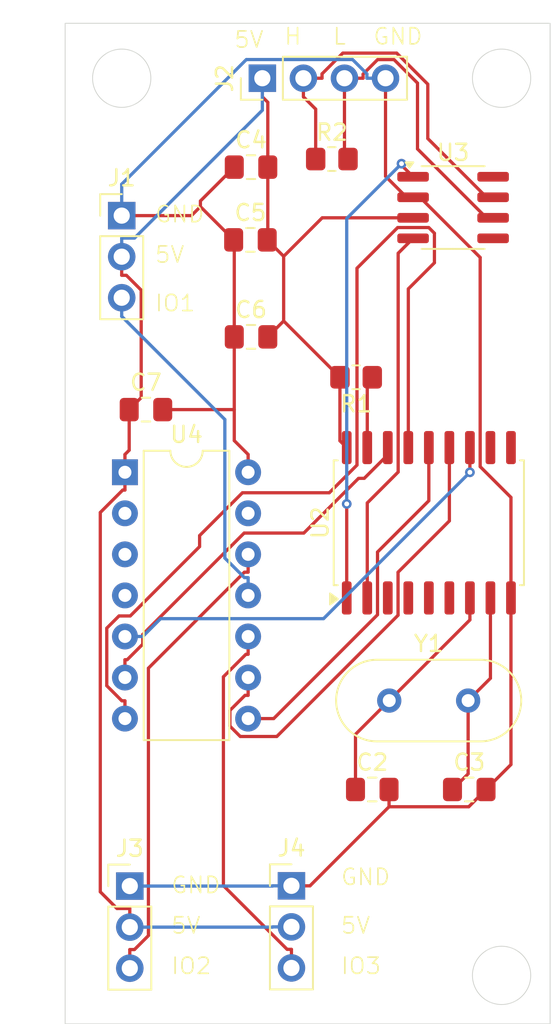
<source format=kicad_pcb>
(kicad_pcb (version 20240108) (generator "pcbnew") (generator_version "8.0")
  (layers (0 "F.Cu" signal) (31 "B.Cu" signal) (34 "B.Paste" user) (35 "F.Paste" user) (36 "B.SilkS" user "B.Silkscreen") (37 "F.SilkS" user "F.Silkscreen") (38 "B.Mask" user) (39 "F.Mask" user) (44 "Edge.Cuts" user))
  (net 0 "")
  (net 1 "Net-(U2-OSC2)")
  (net 2 "GND")
  (net 3 "Net-(U2-OSC1)")
  (net 4 "+5V")
  (net 5 "I{slash}O 1")
  (net 6 "Net-(J2-Pin_3)")
  (net 7 "Net-(J2-Pin_2)")
  (net 8 "I{slash}O 2")
  (net 9 "I{slash}O 3")
  (net 10 "Net-(U2-~{RESET})")
  (net 14 "Net-(U2-TXCAN)")
  (net 15 "CAN_MOSI")
  (net 16 "CAN_CS")
  (net 18 "CAN_MISO")
  (net 21 "CAN_SCK")
  (net 22 "Net-(U2-RXCAN)")
  (net 23 "CAN INT")
  (footprint "Crystal:Crystal_HC49-4H_Vertical" (layer "F.Cu") (at 178.05 89)
    (property "Reference" "Y1" (at 2.44 -3.525 0) (layer "F.SilkS"))
    (property "Value" "8MHz")
    (fp_line (start -0.76 -2.525) (end 5.64 -2.525) (stroke (width 0.12)) (layer "F.SilkS"))
    (fp_line (start -0.76 2.525) (end 5.64 2.525) (stroke (width 0.12)) (layer "F.SilkS"))
    (fp_arc (start -0.76 2.525) (mid -3.285 0) (end -0.76 -2.525) (stroke (width 0.12)) (layer "F.SilkS"))
    (fp_arc (start 5.64 -2.525) (mid 8.165 0) (end 5.64 2.525) (stroke (width 0.12)) (layer "F.SilkS"))
    (pad "1" thru_hole circle (at 0 0) (size 1.5 1.5) (drill 0.8) (layers "*.Cu" "*.Mask") (net 1 "Net-(U2-OSC2)"))
    (pad "2" thru_hole circle (at 4.88 0) (size 1.5 1.5) (drill 0.8) (layers "*.Cu" "*.Mask") (net 3 "Net-(U2-OSC1)"))
  )
  (footprint "Package_SO:SOIC-18W_7.5x11.6mm_P1.27mm" (layer "F.Cu") (at 180.5 78 90)
    (property "Reference" "U2" (at 0 -6.72 -90) (layer "F.SilkS"))
    (property "Value" "MCP2515-xSO")
    (fp_line (start 3.86 -5.885) (end 3.86 -5.64) (stroke (width 0.12)) (layer "F.SilkS"))
    (fp_line (start 0 -5.885) (end 3.86 -5.885) (stroke (width 0.12)) (layer "F.SilkS"))
    (fp_line (start 0 -5.885) (end -3.86 -5.885) (stroke (width 0.12)) (layer "F.SilkS"))
    (fp_line (start -3.86 -5.885) (end -3.86 -5.64) (stroke (width 0.12)) (layer "F.SilkS"))
    (fp_line (start 3.86 5.885) (end 3.86 5.64) (stroke (width 0.12)) (layer "F.SilkS"))
    (fp_line (start 0 5.885) (end 3.86 5.885) (stroke (width 0.12)) (layer "F.SilkS"))
    (fp_line (start 0 5.885) (end -3.86 5.885) (stroke (width 0.12)) (layer "F.SilkS"))
    (fp_line (start -3.86 5.885) (end -3.86 5.64) (stroke (width 0.12)) (layer "F.SilkS"))
    (fp_poly (pts (xy -4.7125 -5.64) (xy -5.0525 -6.11) (xy -4.3725 -6.11) (xy -4.7125 -5.64)) (stroke (width 0.12)) (fill solid) (layer "F.SilkS"))
    (pad "1" smd roundrect (at -4.65 -5.08 90) (size 2.05 0.6) (layers "F.Cu" "F.Paste" "F.Mask") (net 14 "Net-(U2-TXCAN)"))
    (pad "2" smd roundrect (at -4.65 -3.81 90) (size 2.05 0.6) (layers "F.Cu" "F.Paste" "F.Mask") (net 22 "Net-(U2-RXCAN)"))
    (pad "3" smd roundrect (at -4.65 -2.54 90) (size 2.05 0.6) (layers "F.Cu" "F.Paste" "F.Mask"))
    (pad "4" smd roundrect (at -4.65 -1.27 90) (size 2.05 0.6) (layers "F.Cu" "F.Paste" "F.Mask"))
    (pad "5" smd roundrect (at -4.65 0 90) (size 2.05 0.6) (layers "F.Cu" "F.Paste" "F.Mask"))
    (pad "6" smd roundrect (at -4.65 1.27 90) (size 2.05 0.6) (layers "F.Cu" "F.Paste" "F.Mask"))
    (pad "7" smd roundrect (at -4.65 2.54 90) (size 2.05 0.6) (layers "F.Cu" "F.Paste" "F.Mask") (net 1 "Net-(U2-OSC2)"))
    (pad "8" smd roundrect (at -4.65 3.81 90) (size 2.05 0.6) (layers "F.Cu" "F.Paste" "F.Mask") (net 3 "Net-(U2-OSC1)"))
    (pad "9" smd roundrect (at -4.65 5.08 90) (size 2.05 0.6) (layers "F.Cu" "F.Paste" "F.Mask") (net 2 "GND"))
    (pad "10" smd roundrect (at 4.65 5.08 90) (size 2.05 0.6) (layers "F.Cu" "F.Paste" "F.Mask"))
    (pad "11" smd roundrect (at 4.65 3.81 90) (size 2.05 0.6) (layers "F.Cu" "F.Paste" "F.Mask"))
    (pad "12" smd roundrect (at 4.65 2.54 90) (size 2.05 0.6) (layers "F.Cu" "F.Paste" "F.Mask") (net 23 "CAN INT"))
    (pad "13" smd roundrect (at 4.65 1.27 90) (size 2.05 0.6) (layers "F.Cu" "F.Paste" "F.Mask") (net 21 "CAN_SCK"))
    (pad "14" smd roundrect (at 4.65 0 90) (size 2.05 0.6) (layers "F.Cu" "F.Paste" "F.Mask") (net 15 "CAN_MOSI"))
    (pad "15" smd roundrect (at 4.65 -1.27 90) (size 2.05 0.6) (layers "F.Cu" "F.Paste" "F.Mask") (net 18 "CAN_MISO"))
    (pad "16" smd roundrect (at 4.65 -2.54 90) (size 2.05 0.6) (layers "F.Cu" "F.Paste" "F.Mask") (net 16 "CAN_CS"))
    (pad "17" smd roundrect (at 4.65 -3.81 90) (size 2.05 0.6) (layers "F.Cu" "F.Paste" "F.Mask") (net 10 "Net-(U2-~{RESET})"))
    (pad "18" smd roundrect (at 4.65 -5.08 90) (size 2.05 0.6) (layers "F.Cu" "F.Paste" "F.Mask") (net 4 "+5V"))
  )
  (footprint "Capacitor_SMD:C_0805_2012Metric_Pad1.18x1.45mm_HandSolder" (layer "F.Cu") (at 169.5 66.5)
    (property "Reference" "C6" (at 0 -1.68 0) (layer "F.SilkS"))
    (property "Value" "10uF")
    (fp_line (start -0.261252 -0.735) (end 0.261252 -0.735) (stroke (width 0.12)) (layer "F.SilkS"))
    (fp_line (start -0.261252 0.735) (end 0.261252 0.735) (stroke (width 0.12)) (layer "F.SilkS"))
    (pad "1" smd roundrect (at -1.0375 0) (size 1.175 1.45) (layers "F.Cu" "F.Paste" "F.Mask") (roundrect_rratio 0.212766) (net 2 "GND"))
    (pad "2" smd roundrect (at 1.0375 0) (size 1.175 1.45) (layers "F.Cu" "F.Paste" "F.Mask") (roundrect_rratio 0.212766) (net 4 "+5V"))
  )
  (footprint "Resistor_SMD:R_0805_2012Metric_Pad1.20x1.40mm_HandSolder" (layer "F.Cu") (at 174.5 55.5)
    (property "Reference" "R2" (at 0 -1.65 0) (layer "F.SilkS"))
    (property "Value" "120R")
    (fp_line (start -0.227064 -0.735) (end 0.227064 -0.735) (stroke (width 0.12)) (layer "F.SilkS"))
    (fp_line (start -0.227064 0.735) (end 0.227064 0.735) (stroke (width 0.12)) (layer "F.SilkS"))
    (pad "1" smd roundrect (at -1 0) (size 1.2 1.4) (layers "F.Cu" "F.Paste" "F.Mask") (roundrect_rratio 0.208333) (net 7 "Net-(J2-Pin_2)"))
    (pad "2" smd roundrect (at 1 0) (size 1.2 1.4) (layers "F.Cu" "F.Paste" "F.Mask") (roundrect_rratio 0.208333) (net 6 "Net-(J2-Pin_3)"))
  )
  (footprint "Package_DIP:DIP-14_W7.62mm" (layer "F.Cu") (at 161.7 74.875)
    (property "Reference" "U4" (at 3.81 -2.33 0) (layer "F.SilkS"))
    (property "Value" "ATtiny84A-P")
    (fp_line (start 1.16 -1.33) (end 1.16 16.57) (stroke (width 0.12)) (layer "F.SilkS"))
    (fp_line (start 1.16 16.57) (end 6.46 16.57) (stroke (width 0.12)) (layer "F.SilkS"))
    (fp_line (start 2.81 -1.33) (end 1.16 -1.33) (stroke (width 0.12)) (layer "F.SilkS"))
    (fp_line (start 6.46 -1.33) (end 4.81 -1.33) (stroke (width 0.12)) (layer "F.SilkS"))
    (fp_line (start 6.46 16.57) (end 6.46 -1.33) (stroke (width 0.12)) (layer "F.SilkS"))
    (fp_arc (start 4.81 -1.33) (mid 3.81 -0.33) (end 2.81 -1.33) (stroke (width 0.12)) (layer "F.SilkS"))
    (pad "1" thru_hole rect (at 0 0) (size 1.6 1.6) (drill 0.8) (layers "*.Cu" "*.Mask") (net 4 "+5V"))
    (pad "2" thru_hole oval (at 0 2.54) (size 1.6 1.6) (drill 0.8) (layers "*.Cu" "*.Mask"))
    (pad "3" thru_hole oval (at 0 5.08) (size 1.6 1.6) (drill 0.8) (layers "*.Cu" "*.Mask"))
    (pad "4" thru_hole oval (at 0 7.62) (size 1.6 1.6) (drill 0.8) (layers "*.Cu" "*.Mask"))
    (pad "5" thru_hole oval (at 0 10.16) (size 1.6 1.6) (drill 0.8) (layers "*.Cu" "*.Mask") (net 23 "CAN INT"))
    (pad "6" thru_hole oval (at 0 12.7) (size 1.6 1.6) (drill 0.8) (layers "*.Cu" "*.Mask") (net 16 "CAN_CS"))
    (pad "7" thru_hole oval (at 0 15.24) (size 1.6 1.6) (drill 0.8) (layers "*.Cu" "*.Mask") (net 18 "CAN_MISO"))
    (pad "8" thru_hole oval (at 7.62 15.24) (size 1.6 1.6) (drill 0.8) (layers "*.Cu" "*.Mask") (net 15 "CAN_MOSI"))
    (pad "9" thru_hole oval (at 7.62 12.7) (size 1.6 1.6) (drill 0.8) (layers "*.Cu" "*.Mask") (net 21 "CAN_SCK"))
    (pad "10" thru_hole oval (at 7.62 10.16) (size 1.6 1.6) (drill 0.8) (layers "*.Cu" "*.Mask") (net 9 "I{slash}O 3"))
    (pad "11" thru_hole oval (at 7.62 7.62) (size 1.6 1.6) (drill 0.8) (layers "*.Cu" "*.Mask") (net 5 "I{slash}O 1"))
    (pad "12" thru_hole oval (at 7.62 5.08) (size 1.6 1.6) (drill 0.8) (layers "*.Cu" "*.Mask") (net 8 "I{slash}O 2"))
    (pad "13" thru_hole oval (at 7.62 2.54) (size 1.6 1.6) (drill 0.8) (layers "*.Cu" "*.Mask"))
    (pad "14" thru_hole oval (at 7.62 0) (size 1.6 1.6) (drill 0.8) (layers "*.Cu" "*.Mask") (net 2 "GND"))
  )
  (footprint "Capacitor_SMD:C_0805_2012Metric_Pad1.18x1.45mm_HandSolder" (layer "F.Cu") (at 169.4625 60.5)
    (property "Reference" "C5" (at 0 -1.68 0) (layer "F.SilkS"))
    (property "Value" "0.1uF")
    (fp_line (start -0.261252 -0.735) (end 0.261252 -0.735) (stroke (width 0.12)) (layer "F.SilkS"))
    (fp_line (start -0.261252 0.735) (end 0.261252 0.735) (stroke (width 0.12)) (layer "F.SilkS"))
    (pad "1" smd roundrect (at -1.0375 0) (size 1.175 1.45) (layers "F.Cu" "F.Paste" "F.Mask") (roundrect_rratio 0.212766) (net 2 "GND"))
    (pad "2" smd roundrect (at 1.0375 0) (size 1.175 1.45) (layers "F.Cu" "F.Paste" "F.Mask") (roundrect_rratio 0.212766) (net 4 "+5V"))
  )
  (footprint "Connector_PinHeader_2.54mm:PinHeader_1x03_P2.54mm_Vertical" (layer "F.Cu") (at 161.5 59)
    (property "Reference" "J1" (at 0 -2.33 0) (layer "F.SilkS"))
    (property "Value" "Conn_01x03_Socket")
    (fp_line (start -1.33 -1.33) (end 0 -1.33) (stroke (width 0.12)) (layer "F.SilkS"))
    (fp_line (start -1.33 0) (end -1.33 -1.33) (stroke (width 0.12)) (layer "F.SilkS"))
    (fp_line (start -1.33 1.27) (end -1.33 6.41) (stroke (width 0.12)) (layer "F.SilkS"))
    (fp_line (start -1.33 1.27) (end 1.33 1.27) (stroke (width 0.12)) (layer "F.SilkS"))
    (fp_line (start -1.33 6.41) (end 1.33 6.41) (stroke (width 0.12)) (layer "F.SilkS"))
    (fp_line (start 1.33 1.27) (end 1.33 6.41) (stroke (width 0.12)) (layer "F.SilkS"))
    (pad "1" thru_hole rect (at 0 0) (size 1.7 1.7) (drill 1) (layers "*.Cu" "*.Mask") (net 2 "GND"))
    (pad "2" thru_hole oval (at 0 2.54) (size 1.7 1.7) (drill 1) (layers "*.Cu" "*.Mask") (net 4 "+5V"))
    (pad "3" thru_hole oval (at 0 5.08) (size 1.7 1.7) (drill 1) (layers "*.Cu" "*.Mask") (net 5 "I{slash}O 1"))
  )
  (footprint "Capacitor_SMD:C_0805_2012Metric_Pad1.18x1.45mm_HandSolder" (layer "F.Cu") (at 169.5 56)
    (property "Reference" "C4" (at 0 -1.68 0) (layer "F.SilkS"))
    (property "Value" "0.1uF")
    (fp_line (start -0.261252 -0.735) (end 0.261252 -0.735) (stroke (width 0.12)) (layer "F.SilkS"))
    (fp_line (start -0.261252 0.735) (end 0.261252 0.735) (stroke (width 0.12)) (layer "F.SilkS"))
    (pad "1" smd roundrect (at -1.0375 0) (size 1.175 1.45) (layers "F.Cu" "F.Paste" "F.Mask") (roundrect_rratio 0.212766) (net 2 "GND"))
    (pad "2" smd roundrect (at 1.0375 0) (size 1.175 1.45) (layers "F.Cu" "F.Paste" "F.Mask") (roundrect_rratio 0.212766) (net 4 "+5V"))
  )
  (footprint "Connector_PinHeader_2.54mm:PinHeader_1x03_P2.54mm_Vertical" (layer "F.Cu") (at 172 100.46)
    (property "Reference" "J4" (at 0 -2.33 0) (layer "F.SilkS"))
    (property "Value" "Conn_01x03_Socket")
    (fp_line (start -1.33 -1.33) (end 0 -1.33) (stroke (width 0.12)) (layer "F.SilkS"))
    (fp_line (start -1.33 0) (end -1.33 -1.33) (stroke (width 0.12)) (layer "F.SilkS"))
    (fp_line (start -1.33 1.27) (end -1.33 6.41) (stroke (width 0.12)) (layer "F.SilkS"))
    (fp_line (start -1.33 1.27) (end 1.33 1.27) (stroke (width 0.12)) (layer "F.SilkS"))
    (fp_line (start -1.33 6.41) (end 1.33 6.41) (stroke (width 0.12)) (layer "F.SilkS"))
    (fp_line (start 1.33 1.27) (end 1.33 6.41) (stroke (width 0.12)) (layer "F.SilkS"))
    (pad "1" thru_hole rect (at 0 0) (size 1.7 1.7) (drill 1) (layers "*.Cu" "*.Mask") (net 2 "GND"))
    (pad "2" thru_hole oval (at 0 2.54) (size 1.7 1.7) (drill 1) (layers "*.Cu" "*.Mask") (net 4 "+5V"))
    (pad "3" thru_hole oval (at 0 5.08) (size 1.7 1.7) (drill 1) (layers "*.Cu" "*.Mask") (net 9 "I{slash}O 3"))
  )
  (footprint "Capacitor_SMD:C_0805_2012Metric_Pad1.18x1.45mm_HandSolder" (layer "F.Cu") (at 177 94.5)
    (property "Reference" "C2" (at 0 -1.68 0) (layer "F.SilkS"))
    (property "Value" "22pF")
    (fp_line (start -0.261252 -0.735) (end 0.261252 -0.735) (stroke (width 0.12)) (layer "F.SilkS"))
    (fp_line (start -0.261252 0.735) (end 0.261252 0.735) (stroke (width 0.12)) (layer "F.SilkS"))
    (pad "1" smd roundrect (at -1.0375 0) (size 1.175 1.45) (layers "F.Cu" "F.Paste" "F.Mask") (roundrect_rratio 0.212766) (net 1 "Net-(U2-OSC2)"))
    (pad "2" smd roundrect (at 1.0375 0) (size 1.175 1.45) (layers "F.Cu" "F.Paste" "F.Mask") (roundrect_rratio 0.212766) (net 2 "GND"))
  )
  (footprint "Resistor_SMD:R_0805_2012Metric_Pad1.20x1.40mm_HandSolder" (layer "F.Cu") (at 176 69 180)
    (property "Reference" "R1" (at 0 -1.65 180) (layer "F.SilkS"))
    (property "Value" "10K")
    (fp_line (start -0.227064 0.735) (end 0.227064 0.735) (stroke (width 0.12)) (layer "F.SilkS"))
    (fp_line (start -0.227064 -0.735) (end 0.227064 -0.735) (stroke (width 0.12)) (layer "F.SilkS"))
    (pad "1" smd roundrect (at -1 0 180) (size 1.2 1.4) (layers "F.Cu" "F.Paste" "F.Mask") (roundrect_rratio 0.208333) (net 10 "Net-(U2-~{RESET})"))
    (pad "2" smd roundrect (at 1 0 180) (size 1.2 1.4) (layers "F.Cu" "F.Paste" "F.Mask") (roundrect_rratio 0.208333) (net 4 "+5V"))
  )
  (footprint "Capacitor_SMD:C_0805_2012Metric_Pad1.18x1.45mm_HandSolder" (layer "F.Cu") (at 183 94.5)
    (property "Reference" "C3" (at 0 -1.68 0) (layer "F.SilkS"))
    (property "Value" "22pF")
    (fp_line (start -0.261252 -0.735) (end 0.261252 -0.735) (stroke (width 0.12)) (layer "F.SilkS"))
    (fp_line (start -0.261252 0.735) (end 0.261252 0.735) (stroke (width 0.12)) (layer "F.SilkS"))
    (pad "1" smd roundrect (at -1.0375 0) (size 1.175 1.45) (layers "F.Cu" "F.Paste" "F.Mask") (roundrect_rratio 0.212766) (net 3 "Net-(U2-OSC1)"))
    (pad "2" smd roundrect (at 1.0375 0) (size 1.175 1.45) (layers "F.Cu" "F.Paste" "F.Mask") (roundrect_rratio 0.212766) (net 2 "GND"))
  )
  (footprint "Connector_PinHeader_2.54mm:PinHeader_1x04_P2.54mm_Vertical" (layer "F.Cu") (at 170.2 50.5 90)
    (property "Reference" "J2" (at 0 -2.33 -90) (layer "F.SilkS"))
    (property "Value" "Conn_Socket")
    (fp_line (start -1.33 -1.33) (end 0 -1.33) (stroke (width 0.12)) (layer "F.SilkS"))
    (fp_line (start -1.33 0) (end -1.33 -1.33) (stroke (width 0.12)) (layer "F.SilkS"))
    (fp_line (start 1.33 1.27) (end 1.33 8.95) (stroke (width 0.12)) (layer "F.SilkS"))
    (fp_line (start -1.33 1.27) (end 1.33 1.27) (stroke (width 0.12)) (layer "F.SilkS"))
    (fp_line (start -1.33 1.27) (end -1.33 8.95) (stroke (width 0.12)) (layer "F.SilkS"))
    (fp_line (start -1.33 8.95) (end 1.33 8.95) (stroke (width 0.12)) (layer "F.SilkS"))
    (pad "1" thru_hole rect (at 0 0 90) (size 1.7 1.7) (drill 1) (layers "*.Cu" "*.Mask") (net 4 "+5V"))
    (pad "2" thru_hole oval (at 0 2.54 90) (size 1.7 1.7) (drill 1) (layers "*.Cu" "*.Mask") (net 7 "Net-(J2-Pin_2)"))
    (pad "3" thru_hole oval (at 0 5.08 90) (size 1.7 1.7) (drill 1) (layers "*.Cu" "*.Mask") (net 6 "Net-(J2-Pin_3)"))
    (pad "4" thru_hole oval (at 0 7.62 90) (size 1.7 1.7) (drill 1) (layers "*.Cu" "*.Mask") (net 2 "GND"))
  )
  (footprint "Capacitor_SMD:C_0805_2012Metric_Pad1.18x1.45mm_HandSolder" (layer "F.Cu") (at 163 71)
    (property "Reference" "C7" (at 0 -1.68 0) (layer "F.SilkS"))
    (property "Value" "0.1uF")
    (fp_line (start -0.261252 -0.735) (end 0.261252 -0.735) (stroke (width 0.12)) (layer "F.SilkS"))
    (fp_line (start -0.261252 0.735) (end 0.261252 0.735) (stroke (width 0.12)) (layer "F.SilkS"))
    (pad "1" smd roundrect (at -1.0375 0) (size 1.175 1.45) (layers "F.Cu" "F.Paste" "F.Mask") (roundrect_rratio 0.212766) (net 4 "+5V"))
    (pad "2" smd roundrect (at 1.0375 0) (size 1.175 1.45) (layers "F.Cu" "F.Paste" "F.Mask") (roundrect_rratio 0.212766) (net 2 "GND"))
  )
  (footprint "Connector_PinHeader_2.54mm:PinHeader_1x03_P2.54mm_Vertical" (layer "F.Cu") (at 162 100.475)
    (property "Reference" "J3" (at 0 -2.33 0) (layer "F.SilkS"))
    (property "Value" "Conn_01x03_Socket")
    (fp_line (start -1.33 -1.33) (end 0 -1.33) (stroke (width 0.12)) (layer "F.SilkS"))
    (fp_line (start -1.33 0) (end -1.33 -1.33) (stroke (width 0.12)) (layer "F.SilkS"))
    (fp_line (start -1.33 1.27) (end -1.33 6.41) (stroke (width 0.12)) (layer "F.SilkS"))
    (fp_line (start -1.33 1.27) (end 1.33 1.27) (stroke (width 0.12)) (layer "F.SilkS"))
    (fp_line (start -1.33 6.41) (end 1.33 6.41) (stroke (width 0.12)) (layer "F.SilkS"))
    (fp_line (start 1.33 1.27) (end 1.33 6.41) (stroke (width 0.12)) (layer "F.SilkS"))
    (pad "1" thru_hole rect (at 0 0) (size 1.7 1.7) (drill 1) (layers "*.Cu" "*.Mask") (net 2 "GND"))
    (pad "2" thru_hole oval (at 0 2.54) (size 1.7 1.7) (drill 1) (layers "*.Cu" "*.Mask") (net 4 "+5V"))
    (pad "3" thru_hole oval (at 0 5.08) (size 1.7 1.7) (drill 1) (layers "*.Cu" "*.Mask") (net 8 "I{slash}O 2"))
  )
  (footprint "Package_SO:SOIC-8_3.9x4.9mm_P1.27mm" (layer "F.Cu") (at 182 58.5)
    (property "Reference" "U3" (at 0 -3.4 0) (layer "F.SilkS"))
    (property "Value" "TJA1051T")
    (fp_line (start 0 -2.56) (end -1.95 -2.56) (stroke (width 0.12)) (layer "F.SilkS"))
    (fp_line (start 0 -2.56) (end 1.95 -2.56) (stroke (width 0.12)) (layer "F.SilkS"))
    (fp_line (start 0 2.56) (end -1.95 2.56) (stroke (width 0.12)) (layer "F.SilkS"))
    (fp_line (start 0 2.56) (end 1.95 2.56) (stroke (width 0.12)) (layer "F.SilkS"))
    (fp_poly (pts (xy -2.7 -2.465) (xy -2.94 -2.795) (xy -2.46 -2.795) (xy -2.7 -2.465)) (stroke (width 0.12)) (fill solid) (layer "F.SilkS"))
    (pad "1" smd roundrect (at -2.475 -1.905) (size 1.95 0.6) (layers "F.Cu" "F.Paste" "F.Mask") (net 14 "Net-(U2-TXCAN)"))
    (pad "2" smd roundrect (at -2.475 -0.635) (size 1.95 0.6) (layers "F.Cu" "F.Paste" "F.Mask") (net 2 "GND"))
    (pad "3" smd roundrect (at -2.475 0.635) (size 1.95 0.6) (layers "F.Cu" "F.Paste" "F.Mask") (net 4 "+5V"))
    (pad "4" smd roundrect (at -2.475 1.905) (size 1.95 0.6) (layers "F.Cu" "F.Paste" "F.Mask") (net 22 "Net-(U2-RXCAN)"))
    (pad "5" smd roundrect (at 2.475 1.905) (size 1.95 0.6) (layers "F.Cu" "F.Paste" "F.Mask"))
    (pad "6" smd roundrect (at 2.475 0.635) (size 1.95 0.6) (layers "F.Cu" "F.Paste" "F.Mask") (net 6 "Net-(J2-Pin_3)"))
    (pad "7" smd roundrect (at 2.475 -0.635) (size 1.95 0.6) (layers "F.Cu" "F.Paste" "F.Mask") (net 7 "Net-(J2-Pin_2)"))
    (pad "8" smd roundrect (at 2.475 -1.905) (size 1.95 0.6) (layers "F.Cu" "F.Paste" "F.Mask"))
  )
  (gr_circle (center 185 106) (end 186 107.5) (stroke (width 0.05)) (fill none) (layer "Edge.Cuts"))
  (gr_circle (center 161.5 50.5) (end 162.5 52) (stroke (width 0.05)) (fill none) (layer "Edge.Cuts"))
  (gr_rect (start 158 47.1) (end 188 109) (stroke (width 0.05)) (fill none) (layer "Edge.Cuts"))
  (gr_circle (center 185 50.5) (end 186 52) (stroke (width 0.05)) (fill none) (layer "Edge.Cuts"))
  (gr_text "IO3" (at 175 106 0) (layer "F.SilkS") (effects (font (size 1 1) (thickness 0.1)) (justify left bottom)))
  (gr_text "5V" (at 168.4 48.7 0) (layer "F.SilkS") (effects (font (size 1 1) (thickness 0.1)) (justify left bottom)))
  (gr_text "5V" (at 164.5 103.5 0) (layer "F.SilkS") (effects (font (size 1 1) (thickness 0.1)) (justify left bottom)))
  (gr_text "GND" (at 164.5 101 0) (layer "F.SilkS") (effects (font (size 1 1) (thickness 0.1)) (justify left bottom)))
  (gr_text "5V" (at 175 103.5 0) (layer "F.SilkS") (effects (font (size 1 1) (thickness 0.1)) (justify left bottom)))
  (gr_text "L" (at 174.5 48.5 0) (layer "F.SilkS") (effects (font (size 1 1) (thickness 0.1)) (justify left bottom)))
  (gr_text "GND" (at 163.5 59.5 0) (layer "F.SilkS") (effects (font (size 1 1) (thickness 0.1)) (justify left bottom)))
  (gr_text "5V\n" (at 163.5 62 0) (layer "F.SilkS") (effects (font (size 1 1) (thickness 0.1)) (justify left bottom)))
  (gr_text "GND" (at 177 48.5 0) (layer "F.SilkS") (effects (font (size 1 1) (thickness 0.1)) (justify left bottom)))
  (gr_text "IO2" (at 164.5 106 0) (layer "F.SilkS") (effects (font (size 1 1) (thickness 0.1)) (justify left bottom)))
  (gr_text "H" (at 171.5 48.5 0) (layer "F.SilkS") (effects (font (size 1 1) (thickness 0.1)) (justify left bottom)))
  (gr_text "IO1" (at 163.5 65 0) (layer "F.SilkS") (effects (font (size 1 1) (thickness 0.1)) (justify left bottom)))
  (gr_text "GND" (at 175 100.5 0) (layer "F.SilkS") (effects (font (size 1 1) (thickness 0.1)) (justify left bottom)))
  (segment (start 175.9625 94.5) (end 175.9625 91.0875) (width 0.2) (layer "F.Cu") (net 1))
  (segment (start 183.04 84.01) (end 183.04 82.65) (width 0.2) (layer "F.Cu") (net 1))
  (segment (start 178.05 89) (end 183.04 84.01) (width 0.2) (layer "F.Cu") (net 1))
  (segment (start 175.9625 91.0875) (end 178.05 89) (width 0.2) (layer "F.Cu") (net 1))
  (segment (start 166.3678 58.4428) (end 166.3678 58.0947) (width 0.2) (layer "F.Cu") (net 2))
  (segment (start 182.9687 95.5688) (end 184.0375 94.5) (width 0.2) (layer "F.Cu") (net 2))
  (segment (start 168.4625 71) (end 164.0375 71) (width 0.2) (layer "F.Cu") (net 2))
  (segment (start 168.4625 72.9158) (end 169.32 73.7733) (width 0.2) (layer "F.Cu") (net 2))
  (segment (start 166.3678 58.4428) (end 168.425 60.5) (width 0.2) (layer "F.Cu") (net 2))
  (segment (start 185.58 92.9575) (end 185.58 82.65) (width 0.2) (layer "F.Cu") (net 2))
  (segment (start 178.0375 95.5688) (end 178.0375 94.5) (width 0.2) (layer "F.Cu") (net 2))
  (segment (start 177.82 56.5654) (end 177.82 50.5) (width 0.2) (layer "F.Cu") (net 2))
  (segment (start 166.3678 58.0947) (end 168.4625 56) (width 0.2) (layer "F.Cu") (net 2))
  (segment (start 184.0375 94.5) (end 185.58 92.9575) (width 0.2) (layer "F.Cu") (net 2))
  (segment (start 172 100.46) (end 173.1517 100.46) (width 0.2) (layer "F.Cu") (net 2))
  (segment (start 169.32 74.875) (end 169.32 73.7733) (width 0.2) (layer "F.Cu") (net 2))
  (segment (start 179.9536 57.865) (end 179.525 57.865) (width 0.2) (layer "F.Cu") (net 2))
  (segment (start 168.4625 66.5) (end 168.4625 71) (width 0.2) (layer "F.Cu") (net 2))
  (segment (start 183.675 74.5262) (end 183.675 61.5864) (width 0.2) (layer "F.Cu") (net 2))
  (segment (start 185.58 82.65) (end 185.58 76.4312) (width 0.2) (layer "F.Cu") (net 2))
  (segment (start 173.1517 100.4546) (end 178.0375 95.5688) (width 0.2) (layer "F.Cu") (net 2))
  (segment (start 173.1517 100.46) (end 173.1517 100.4546) (width 0.2) (layer "F.Cu") (net 2))
  (segment (start 179.1196 57.865) (end 177.82 56.5654) (width 0.2) (layer "F.Cu") (net 2))
  (segment (start 179.525 57.865) (end 179.1196 57.865) (width 0.2) (layer "F.Cu") (net 2))
  (segment (start 161.5 59) (end 165.8106 59) (width 0.2) (layer "F.Cu") (net 2))
  (segment (start 185.58 76.4312) (end 183.675 74.5262) (width 0.2) (layer "F.Cu") (net 2))
  (segment (start 168.4625 71) (end 168.4625 72.9158) (width 0.2) (layer "F.Cu") (net 2))
  (segment (start 168.4625 60.5375) (end 168.4625 66.5) (width 0.2) (layer "F.Cu") (net 2))
  (segment (start 178.0375 95.5688) (end 182.9687 95.5688) (width 0.2) (layer "F.Cu") (net 2))
  (segment (start 168.425 60.5) (end 168.4625 60.5375) (width 0.2) (layer "F.Cu") (net 2))
  (segment (start 165.8106 59) (end 166.3678 58.4428) (width 0.2) (layer "F.Cu") (net 2))
  (segment (start 183.675 61.5864) (end 179.9536 57.865) (width 0.2) (layer "F.Cu") (net 2))
  (segment (start 172 100.46) (end 170.8483 100.46) (width 0.2) (layer "B.Cu") (net 2))
  (segment (start 162 100.475) (end 170.8333 100.475) (width 0.2) (layer "B.Cu") (net 2))
  (segment (start 169.2101 49.3447) (end 175.7815 49.3447) (width 0.2) (layer "B.Cu") (net 2))
  (segment (start 170.8333 100.475) (end 170.8483 100.46) (width 0.2) (layer "B.Cu") (net 2))
  (segment (start 177.82 50.5) (end 176.6683 50.5) (width 0.2) (layer "B.Cu") (net 2))
  (segment (start 176.6683 50.2315) (end 176.6683 50.5) (width 0.2) (layer "B.Cu") (net 2))
  (segment (start 175.7815 49.3447) (end 176.6683 50.2315) (width 0.2) (layer "B.Cu") (net 2))
  (segment (start 161.5 57.0548) (end 169.2101 49.3447) (width 0.2) (layer "B.Cu") (net 2))
  (segment (start 161.5 59) (end 161.5 57.0548) (width 0.2) (layer "B.Cu") (net 2))
  (segment (start 184.31 82.65) (end 184.31 87.62) (width 0.2) (layer "F.Cu") (net 3))
  (segment (start 184.31 87.62) (end 182.93 89) (width 0.2) (layer "F.Cu") (net 3))
  (segment (start 181.9625 94.5) (end 182.93 93.5325) (width 0.2) (layer "F.Cu") (net 3))
  (segment (start 182.93 93.5325) (end 182.93 89) (width 0.2) (layer "F.Cu") (net 3))
  (segment (start 161.5 62.6917) (end 161.7879 62.6917) (width 0.2) (layer "F.Cu") (net 4))
  (segment (start 160.1738 77.3651) (end 160.1738 100.8301) (width 0.2) (layer "F.Cu") (net 4))
  (segment (start 170.2 50.5) (end 170.2 51.6517) (width 0.2) (layer "F.Cu") (net 4))
  (segment (start 171.5187 65.5187) (end 171.5188 65.5187) (width 0.2) (layer "F.Cu") (net 4))
  (segment (start 161.5 61.54) (end 161.5 62.6917) (width 0.2) (layer "F.Cu") (net 4))
  (segment (start 160.1738 100.8301) (end 161.207 101.8633) (width 0.2) (layer "F.Cu") (net 4))
  (segment (start 162.7039 70.2586) (end 161.9625 71) (width 0.2) (layer "F.Cu") (net 4))
  (segment (start 161.207 101.8633) (end 162 101.8633) (width 0.2) (layer "F.Cu") (net 4))
  (segment (start 171.5187 61.5187) (end 171.5187 65.5187) (width 0.2) (layer "F.Cu") (net 4))
  (segment (start 170.5375 60.4625) (end 170.5 60.5) (width 0.2) (layer "F.Cu") (net 4))
  (segment (start 170.2 51.6517) (end 170.5375 51.9892) (width 0.2) (layer "F.Cu") (net 4))
  (segment (start 161.7879 62.6917) (end 162.7039 63.6077) (width 0.2) (layer "F.Cu") (net 4))
  (segment (start 161.9625 73.5108) (end 161.7 73.7733) (width 0.2) (layer "F.Cu") (net 4))
  (segment (start 170.5 60.5) (end 171.5187 61.5187) (width 0.2) (layer "F.Cu") (net 4))
  (segment (start 175 69) (end 171.5188 65.5187) (width 0.2) (layer "F.Cu") (net 4))
  (segment (start 173.9024 59.135) (end 171.5187 61.5187) (width 0.2) (layer "F.Cu") (net 4))
  (segment (start 161.7 75.9767) (end 161.5622 75.9767) (width 0.2) (layer "F.Cu") (net 4))
  (segment (start 162 103.015) (end 162 101.8633) (width 0.2) (layer "F.Cu") (net 4))
  (segment (start 161.9625 71) (end 161.9625 73.5108) (width 0.2) (layer "F.Cu") (net 4))
  (segment (start 179.525 59.135) (end 173.9024 59.135) (width 0.2) (layer "F.Cu") (net 4))
  (segment (start 175 69) (end 175 72.93) (width 0.2) (layer "F.Cu") (net 4))
  (segment (start 161.7 74.875) (end 161.7 73.7733) (width 0.2) (layer "F.Cu") (net 4))
  (segment (start 171.5188 65.5187) (end 170.5375 66.5) (width 0.2) (layer "F.Cu") (net 4))
  (segment (start 162.7039 63.6077) (end 162.7039 70.2586) (width 0.2) (layer "F.Cu") (net 4))
  (segment (start 175 72.93) (end 175.42 73.35) (width 0.2) (layer "F.Cu") (net 4))
  (segment (start 170.5375 56) (end 170.5375 60.4625) (width 0.2) (layer "F.Cu") (net 4))
  (segment (start 170.5375 51.9892) (end 170.5375 56) (width 0.2) (layer "F.Cu") (net 4))
  (segment (start 161.7 74.875) (end 161.7 75.9767) (width 0.2) (layer "F.Cu") (net 4))
  (segment (start 161.5622 75.9767) (end 160.1738 77.3651) (width 0.2) (layer "F.Cu") (net 4))
  (segment (start 170.2 52.4801) (end 170.2 50.5) (width 0.2) (layer "B.Cu") (net 4))
  (segment (start 161.5 61.54) (end 161.5 60.3883) (width 0.2) (layer "B.Cu") (net 4))
  (segment (start 172 103) (end 170.8483 103) (width 0.2) (layer "B.Cu") (net 4))
  (segment (start 162.2918 60.3883) (end 170.2 52.4801) (width 0.2) (layer "B.Cu") (net 4))
  (segment (start 161.5 60.3883) (end 162.2918 60.3883) (width 0.2) (layer "B.Cu") (net 4))
  (segment (start 170.8333 103.015) (end 170.8483 103) (width 0.2) (layer "B.Cu") (net 4))
  (segment (start 162 103.015) (end 170.8333 103.015) (width 0.2) (layer "B.Cu") (net 4))
  (segment (start 161.5 65.2317) (end 167.8802 71.6119) (width 0.2) (layer "B.Cu") (net 5))
  (segment (start 169.32 82.495) (end 169.32 81.3933) (width 0.2) (layer "B.Cu") (net 5))
  (segment (start 161.5 64.08) (end 161.5 65.2317) (width 0.2) (layer "B.Cu") (net 5))
  (segment (start 167.8802 71.6119) (end 167.8802 80.1818) (width 0.2) (layer "B.Cu") (net 5))
  (segment (start 167.8802 80.1818) (end 169.0917 81.3933) (width 0.2) (layer "B.Cu") (net 5))
  (segment (start 169.0917 81.3933) (end 169.32 81.3933) (width 0.2) (layer "B.Cu") (net 5))
  (segment (start 175.28 50.5) (end 175.28 55.28) (width 0.2) (layer "F.Cu") (net 6))
  (segment (start 175.28 50.5) (end 176.4317 50.5) (width 0.2) (layer "F.Cu") (net 6))
  (segment (start 184.475 59.135) (end 184.0593 59.135) (width 0.2) (layer "F.Cu") (net 6))
  (segment (start 184.0593 59.135) (end 179.7983 54.874) (width 0.2) (layer "F.Cu") (net 6))
  (segment (start 176.4317 50.2462) (end 176.4317 50.5) (width 0.2) (layer "F.Cu") (net 6))
  (segment (start 178.3462 49.3483) (end 177.3296 49.3483) (width 0.2) (layer "F.Cu") (net 6))
  (segment (start 179.7983 50.8004) (end 178.3462 49.3483) (width 0.2) (layer "F.Cu") (net 6))
  (segment (start 179.7983 54.874) (end 179.7983 50.8004) (width 0.2) (layer "F.Cu") (net 6))
  (segment (start 177.3296 49.3483) (end 176.4317 50.2462) (width 0.2) (layer "F.Cu") (net 6))
  (segment (start 175.28 55.28) (end 175.5 55.5) (width 0.2) (layer "F.Cu") (net 6))
  (segment (start 172.74 50.5) (end 173.8917 50.5) (width 0.2) (layer "F.Cu") (net 7))
  (segment (start 184.475 57.865) (end 184.0687 57.865) (width 0.2) (layer "F.Cu") (net 7))
  (segment (start 175.1766 48.9466) (end 173.8917 50.2315) (width 0.2) (layer "F.Cu") (net 7))
  (segment (start 180.4352 50.8692) (end 178.5126 48.9466) (width 0.2) (layer "F.Cu") (net 7))
  (segment (start 173.8917 50.2315) (end 173.8917 50.5) (width 0.2) (layer "F.Cu") (net 7))
  (segment (start 173.5 52.4117) (end 173.5 55.5) (width 0.2) (layer "F.Cu") (net 7))
  (segment (start 180.4352 54.2315) (end 180.4352 50.8692) (width 0.2) (layer "F.Cu") (net 7))
  (segment (start 172.74 50.5) (end 172.74 51.6517) (width 0.2) (layer "F.Cu") (net 7))
  (segment (start 184.0687 57.865) (end 180.4352 54.2315) (width 0.2) (layer "F.Cu") (net 7))
  (segment (start 178.5126 48.9466) (end 175.1766 48.9466) (width 0.2) (layer "F.Cu") (net 7))
  (segment (start 172.74 51.6517) (end 173.5 52.4117) (width 0.2) (layer "F.Cu") (net 7))
  (segment (start 163.1517 86.9967) (end 169.0917 81.0567) (width 0.2) (layer "F.Cu") (net 8))
  (segment (start 169.32 79.955) (end 169.32 81.0567) (width 0.2) (layer "F.Cu") (net 8))
  (segment (start 162 105.555) (end 162 104.4033) (width 0.2) (layer "F.Cu") (net 8))
  (segment (start 169.0917 81.0567) (end 169.32 81.0567) (width 0.2) (layer "F.Cu") (net 8))
  (segment (start 162 104.4033) (end 162.288 104.4033) (width 0.2) (layer "F.Cu") (net 8))
  (segment (start 162.288 104.4033) (end 163.1517 103.5396) (width 0.2) (layer "F.Cu") (net 8))
  (segment (start 163.1517 103.5396) (end 163.1517 86.9967) (width 0.2) (layer "F.Cu") (net 8))
  (segment (start 167.7907 87.5283) (end 167.7907 100.4475) (width 0.2) (layer "F.Cu") (net 9))
  (segment (start 169.32 86.1367) (end 169.1823 86.1367) (width 0.2) (layer "F.Cu") (net 9))
  (segment (start 171.7315 104.3883) (end 172 104.3883) (width 0.2) (layer "F.Cu") (net 9))
  (segment (start 167.7907 100.4475) (end 171.7315 104.3883) (width 0.2) (layer "F.Cu") (net 9))
  (segment (start 169.32 85.035) (end 169.32 86.1367) (width 0.2) (layer "F.Cu") (net 9))
  (segment (start 172 105.54) (end 172 104.3883) (width 0.2) (layer "F.Cu") (net 9))
  (segment (start 169.1823 86.1367) (end 167.7907 87.5283) (width 0.2) (layer "F.Cu") (net 9))
  (segment (start 177 69) (end 176.69 69.31) (width 0.2) (layer "F.Cu") (net 10))
  (segment (start 176.69 69.31) (end 176.69 73.35) (width 0.2) (layer "F.Cu") (net 10))
  (segment (start 178.8092 55.7862) (end 178.8092 55.8792) (width 0.2) (layer "F.Cu") (net 14))
  (segment (start 175.42 82.65) (end 175.42 76.8339) (width 0.2) (layer "F.Cu") (net 14))
  (segment (start 178.8092 55.8792) (end 179.525 56.595) (width 0.2) (layer "F.Cu") (net 14))
  (via (at 178.8092 55.7862) (size 0.6) (drill 0.3) (layers "F.Cu" "B.Cu") (net 14))
  (via (at 175.42 76.8339) (size 0.6) (drill 0.3) (layers "F.Cu" "B.Cu") (net 14))
  (segment (start 175.42 59.1754) (end 175.42 76.8339) (width 0.2) (layer "B.Cu") (net 14))
  (segment (start 178.8092 55.7862) (end 175.42 59.1754) (width 0.2) (layer "B.Cu") (net 14))
  (segment (start 177.325 83.6905) (end 170.9005 90.115) (width 0.2) (layer "F.Cu") (net 15))
  (segment (start 180.5 76.6357) (end 177.325 79.8107) (width 0.2) (layer "F.Cu") (net 15))
  (segment (start 170.9005 90.115) (end 169.32 90.115) (width 0.2) (layer "F.Cu") (net 15))
  (segment (start 180.5 73.35) (end 180.5 76.6357) (width 0.2) (layer "F.Cu") (net 15))
  (segment (start 177.325 79.8107) (end 177.325 83.6905) (width 0.2) (layer "F.Cu") (net 15))
  (segment (start 172.7664 78.6367) (end 169.073 78.6367) (width 0.2) (layer "F.Cu") (net 16))
  (segment (start 177.96 73.35) (end 177.96 73.7964) (width 0.2) (layer "F.Cu") (net 16))
  (segment (start 176.505 75.2514) (end 176.1517 75.2514) (width 0.2) (layer "F.Cu") (net 16))
  (segment (start 177.96 73.7964) (end 176.505 75.2514) (width 0.2) (layer "F.Cu") (net 16))
  (segment (start 176.1517 75.2514) (end 172.7664 78.6367) (width 0.2) (layer "F.Cu") (net 16))
  (segment (start 162.8017 85.5094) (end 161.8378 86.4733) (width 0.2) (layer "F.Cu") (net 16))
  (segment (start 161.7 87.575) (end 161.7 86.4733) (width 0.2) (layer "F.Cu") (net 16))
  (segment (start 161.8378 86.4733) (end 161.7 86.4733) (width 0.2) (layer "F.Cu") (net 16))
  (segment (start 162.8017 84.908) (end 162.8017 85.5094) (width 0.2) (layer "F.Cu") (net 16))
  (segment (start 169.073 78.6367) (end 162.8017 84.908) (width 0.2) (layer "F.Cu") (net 16))
  (segment (start 166.3193 79.4731) (end 166.3193 78.7918) (width 0.2) (layer "F.Cu") (net 18))
  (segment (start 180.4935 59.7373) (end 180.8447 60.0885) (width 0.2) (layer "F.Cu") (net 18))
  (segment (start 180.8447 61.9179) (end 179.23 63.5326) (width 0.2) (layer "F.Cu") (net 18))
  (segment (start 168.9661 76.145) (end 174.3418 76.145) (width 0.2) (layer "F.Cu") (net 18))
  (segment (start 161.7 90.115) (end 161.7 89.0133) (width 0.2) (layer "F.Cu") (net 18))
  (segment (start 179.23 63.5326) (end 179.23 73.35) (width 0.2) (layer "F.Cu") (net 18))
  (segment (start 160.5755 84.5206) (end 161.3311 83.765) (width 0.2) (layer "F.Cu") (net 18))
  (segment (start 161.5069 89.0133) (end 160.5755 88.0819) (width 0.2) (layer "F.Cu") (net 18))
  (segment (start 178.5705 59.7373) (end 180.4935 59.7373) (width 0.2) (layer "F.Cu") (net 18))
  (segment (start 176.055 74.4318) (end 176.055 62.2528) (width 0.2) (layer "F.Cu") (net 18))
  (segment (start 176.055 62.2528) (end 178.5705 59.7373) (width 0.2) (layer "F.Cu") (net 18))
  (segment (start 161.7 89.0133) (end 161.5069 89.0133) (width 0.2) (layer "F.Cu") (net 18))
  (segment (start 162.0274 83.765) (end 166.3193 79.4731) (width 0.2) (layer "F.Cu") (net 18))
  (segment (start 174.3418 76.145) (end 176.055 74.4318) (width 0.2) (layer "F.Cu") (net 18))
  (segment (start 166.3193 78.7918) (end 168.9661 76.145) (width 0.2) (layer "F.Cu") (net 18))
  (segment (start 180.8447 60.0885) (end 180.8447 61.9179) (width 0.2) (layer "F.Cu") (net 18))
  (segment (start 161.3311 83.765) (end 162.0274 83.765) (width 0.2) (layer "F.Cu") (net 18))
  (segment (start 160.5755 88.0819) (end 160.5755 84.5206) (width 0.2) (layer "F.Cu") (net 18))
  (segment (start 168.1924 90.5797) (end 168.1924 89.6097) (width 0.2) (layer "F.Cu") (net 21))
  (segment (start 169.32 87.575) (end 169.32 88.6767) (width 0.2) (layer "F.Cu") (net 21))
  (segment (start 171.0946 91.2217) (end 168.8344 91.2217) (width 0.2) (layer "F.Cu") (net 21))
  (segment (start 169.1254 88.6767) (end 169.32 88.6767) (width 0.2) (layer "F.Cu") (net 21))
  (segment (start 168.1924 89.6097) (end 169.1254 88.6767) (width 0.2) (layer "F.Cu") (net 21))
  (segment (start 181.77 73.35) (end 181.77 77.884) (width 0.2) (layer "F.Cu") (net 21))
  (segment (start 181.77 77.884) (end 178.595 81.059) (width 0.2) (layer "F.Cu") (net 21))
  (segment (start 168.8344 91.2217) (end 168.1924 90.5797) (width 0.2) (layer "F.Cu") (net 21))
  (segment (start 178.595 83.7213) (end 171.0946 91.2217) (width 0.2) (layer "F.Cu") (net 21))
  (segment (start 178.595 81.059) (end 178.595 83.7213) (width 0.2) (layer "F.Cu") (net 21))
  (segment (start 178.6017 74.8622) (end 178.6017 61.3283) (width 0.2) (layer "F.Cu") (net 22))
  (segment (start 176.69 76.7739) (end 178.6017 74.8622) (width 0.2) (layer "F.Cu") (net 22))
  (segment (start 178.6017 61.3283) (end 179.525 60.405) (width 0.2) (layer "F.Cu") (net 22))
  (segment (start 176.69 82.65) (end 176.69 76.7739) (width 0.2) (layer "F.Cu") (net 22))
  (segment (start 183.04 73.35) (end 183.04 74.8785) (width 0.2) (layer "F.Cu") (net 23))
  (via (at 183.04 74.8785) (size 0.6) (drill 0.3) (layers "F.Cu" "B.Cu") (net 23))
  (segment (start 161.7 85.035) (end 162.8017 85.035) (width 0.2) (layer "B.Cu") (net 23))
  (segment (start 173.9852 83.9333) (end 183.04 74.8785) (width 0.2) (layer "B.Cu") (net 23))
  (segment (start 163.9034 83.9333) (end 173.9852 83.9333) (width 0.2) (layer "B.Cu") (net 23))
  (segment (start 162.8017 85.035) (end 163.9034 83.9333) (width 0.2) (layer "B.Cu") (net 23))
)
</source>
